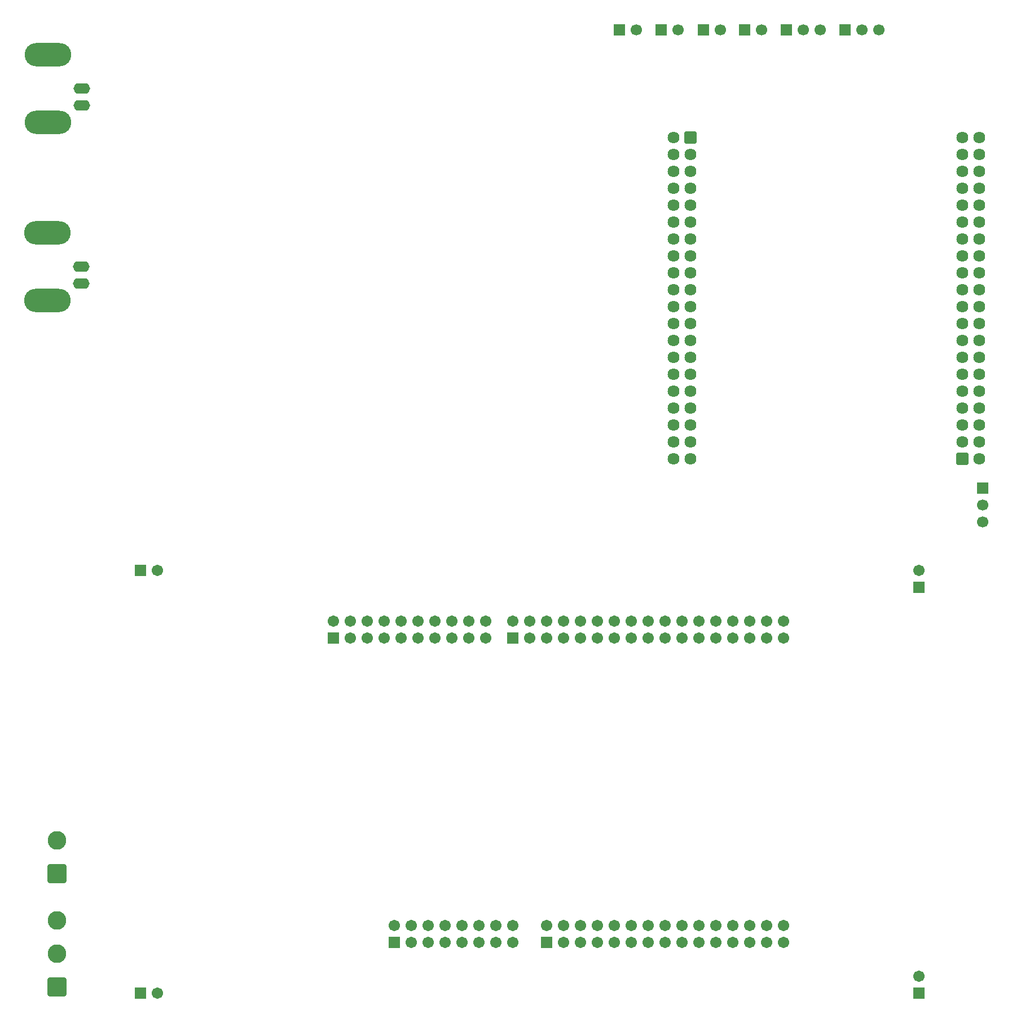
<source format=gbs>
%TF.GenerationSoftware,KiCad,Pcbnew,9.0.6-9.0.6~ubuntu24.04.1*%
%TF.CreationDate,2025-12-14T16:37:41+01:00*%
%TF.ProjectId,DigitalOsciloscope,44696769-7461-46c4-9f73-63696c6f7363,rev?*%
%TF.SameCoordinates,Original*%
%TF.FileFunction,Soldermask,Bot*%
%TF.FilePolarity,Negative*%
%FSLAX46Y46*%
G04 Gerber Fmt 4.6, Leading zero omitted, Abs format (unit mm)*
G04 Created by KiCad (PCBNEW 9.0.6-9.0.6~ubuntu24.04.1) date 2025-12-14 16:37:41*
%MOMM*%
%LPD*%
G01*
G04 APERTURE LIST*
G04 Aperture macros list*
%AMRoundRect*
0 Rectangle with rounded corners*
0 $1 Rounding radius*
0 $2 $3 $4 $5 $6 $7 $8 $9 X,Y pos of 4 corners*
0 Add a 4 corners polygon primitive as box body*
4,1,4,$2,$3,$4,$5,$6,$7,$8,$9,$2,$3,0*
0 Add four circle primitives for the rounded corners*
1,1,$1+$1,$2,$3*
1,1,$1+$1,$4,$5*
1,1,$1+$1,$6,$7*
1,1,$1+$1,$8,$9*
0 Add four rect primitives between the rounded corners*
20,1,$1+$1,$2,$3,$4,$5,0*
20,1,$1+$1,$4,$5,$6,$7,0*
20,1,$1+$1,$6,$7,$8,$9,0*
20,1,$1+$1,$8,$9,$2,$3,0*%
G04 Aperture macros list end*
%ADD10R,1.700000X1.700000*%
%ADD11C,1.700000*%
%ADD12RoundRect,0.102000X0.754000X-0.754000X0.754000X0.754000X-0.754000X0.754000X-0.754000X-0.754000X0*%
%ADD13C,1.712000*%
%ADD14O,2.500000X1.600000*%
%ADD15O,7.000000X3.500000*%
%ADD16RoundRect,0.250001X1.149999X-1.149999X1.149999X1.149999X-1.149999X1.149999X-1.149999X-1.149999X0*%
%ADD17C,2.800000*%
%ADD18RoundRect,0.102000X0.795000X0.795000X-0.795000X0.795000X-0.795000X-0.795000X0.795000X-0.795000X0*%
%ADD19C,1.794000*%
G04 APERTURE END LIST*
D10*
%TO.C,J10*%
X214855000Y-54505000D03*
D11*
X217395000Y-54505000D03*
%TD*%
D10*
%TO.C,J8*%
X227425000Y-54485000D03*
D11*
X229965000Y-54485000D03*
%TD*%
D10*
%TO.C,J7*%
X248710000Y-54455000D03*
D11*
X251250000Y-54455000D03*
X253790000Y-54455000D03*
%TD*%
D10*
%TO.C,J9*%
X221125000Y-54505000D03*
D11*
X223665000Y-54505000D03*
%TD*%
D12*
%TO.C,U11*%
X142960000Y-199140000D03*
D13*
X145500000Y-199140000D03*
D12*
X142960000Y-135640000D03*
D13*
X145500000Y-135640000D03*
D12*
X171916000Y-145800000D03*
D13*
X171916000Y-143260000D03*
X174456000Y-145800000D03*
X174456000Y-143260000D03*
X176996000Y-145800000D03*
X176996000Y-143260000D03*
X179536000Y-145800000D03*
X179536000Y-143260000D03*
X182076000Y-145800000D03*
X182076000Y-143260000D03*
X184616000Y-145800000D03*
X184616000Y-143260000D03*
X187156000Y-145800000D03*
X187156000Y-143260000D03*
X189696000Y-145800000D03*
X189696000Y-143260000D03*
X192236000Y-145800000D03*
X192236000Y-143260000D03*
X194776000Y-145800000D03*
X194776000Y-143260000D03*
D12*
X181060000Y-191520000D03*
D13*
X181060000Y-188980000D03*
X183600000Y-191520000D03*
X183600000Y-188980000D03*
X186140000Y-191520000D03*
X186140000Y-188980000D03*
X188680000Y-191520000D03*
X188680000Y-188980000D03*
X191220000Y-191520000D03*
X191220000Y-188980000D03*
X193760000Y-191520000D03*
X193760000Y-188980000D03*
X196300000Y-191520000D03*
X196300000Y-188980000D03*
X198840000Y-191520000D03*
X198840000Y-188980000D03*
D12*
X203920000Y-191520000D03*
D13*
X203920000Y-188980000D03*
X206460000Y-191520000D03*
X206460000Y-188980000D03*
X209000000Y-191520000D03*
X209000000Y-188980000D03*
X211540000Y-191520000D03*
X211540000Y-188980000D03*
X214080000Y-191520000D03*
X214080000Y-188980000D03*
X216620000Y-191520000D03*
X216620000Y-188980000D03*
X219160000Y-191520000D03*
X219160000Y-188980000D03*
X221700000Y-191520000D03*
X221700000Y-188980000D03*
X224240000Y-191520000D03*
X224240000Y-188980000D03*
X226780000Y-191520000D03*
X226780000Y-188980000D03*
X229320000Y-191520000D03*
X229320000Y-188980000D03*
X231860000Y-191520000D03*
X231860000Y-188980000D03*
X234400000Y-191520000D03*
X234400000Y-188980000D03*
X236940000Y-191520000D03*
X236940000Y-188980000D03*
X239480000Y-191520000D03*
X239480000Y-188980000D03*
D12*
X198840000Y-145800000D03*
D13*
X198840000Y-143260000D03*
X201380000Y-145800000D03*
X201380000Y-143260000D03*
X203920000Y-145800000D03*
X203920000Y-143260000D03*
X206460000Y-145800000D03*
X206460000Y-143260000D03*
X209000000Y-145800000D03*
X209000000Y-143260000D03*
X211540000Y-145800000D03*
X211540000Y-143260000D03*
X214080000Y-145800000D03*
X214080000Y-143260000D03*
X216620000Y-145800000D03*
X216620000Y-143260000D03*
X219160000Y-145800000D03*
X219160000Y-143260000D03*
X221700000Y-145800000D03*
X221700000Y-143260000D03*
X224240000Y-145800000D03*
X224240000Y-143260000D03*
X226780000Y-145800000D03*
X226780000Y-143260000D03*
X229320000Y-145800000D03*
X229320000Y-143260000D03*
X231860000Y-145800000D03*
X231860000Y-143260000D03*
X234400000Y-145800000D03*
X234400000Y-143260000D03*
X236940000Y-145800000D03*
X236940000Y-143260000D03*
X239480000Y-145800000D03*
X239480000Y-143260000D03*
D12*
X259820000Y-138180000D03*
D13*
X259820000Y-135640000D03*
D12*
X259800000Y-199140000D03*
D13*
X259800000Y-196600000D03*
%TD*%
D14*
%TO.C,J2*%
X134080000Y-90000000D03*
D15*
X129000000Y-95080000D03*
D14*
X134080000Y-92540000D03*
D15*
X129000000Y-84920000D03*
%TD*%
D16*
%TO.C,J12*%
X130467500Y-198250000D03*
D17*
X130467500Y-193250000D03*
X130467500Y-188250000D03*
%TD*%
D10*
%TO.C,J4*%
X239910000Y-54505000D03*
D11*
X242450000Y-54505000D03*
X244990000Y-54505000D03*
%TD*%
D16*
%TO.C,J11*%
X130467500Y-181250000D03*
D17*
X130467500Y-176250000D03*
%TD*%
D10*
%TO.C,J6*%
X233675000Y-54505000D03*
D11*
X236215000Y-54505000D03*
%TD*%
D14*
%TO.C,J1*%
X134150000Y-63310000D03*
D15*
X129070000Y-68390000D03*
D14*
X134150000Y-65850000D03*
D15*
X129070000Y-58230000D03*
%TD*%
D10*
%TO.C,J5*%
X269350000Y-123325000D03*
D11*
X269350000Y-125865000D03*
X269350000Y-128405000D03*
%TD*%
D18*
%TO.C,U10*%
X225550000Y-70670000D03*
D19*
X223010000Y-70670000D03*
X225550000Y-73210000D03*
X223010000Y-73210000D03*
X225550000Y-75750000D03*
X223010000Y-75750000D03*
X225550000Y-78290000D03*
X223010000Y-78290000D03*
X225550000Y-80830000D03*
X223010000Y-80830000D03*
X225550000Y-83370000D03*
X223010000Y-83370000D03*
X225550000Y-85910000D03*
X223010000Y-85910000D03*
X225550000Y-88450000D03*
X223010000Y-88450000D03*
X225550000Y-90990000D03*
X223010000Y-90990000D03*
X225550000Y-93530000D03*
X223010000Y-93530000D03*
X225550000Y-96070000D03*
X223010000Y-96070000D03*
X225550000Y-98610000D03*
X223010000Y-98610000D03*
X225550000Y-101150000D03*
X223010000Y-101150000D03*
X225550000Y-103690000D03*
X223010000Y-103690000D03*
X225550000Y-106230000D03*
X223010000Y-106230000D03*
X225550000Y-108770000D03*
X223010000Y-108770000D03*
X225550000Y-111310000D03*
X223010000Y-111310000D03*
X225550000Y-113850000D03*
X223010000Y-113850000D03*
X225550000Y-116390000D03*
X223010000Y-116390000D03*
X225550000Y-118930000D03*
X223010000Y-118930000D03*
D18*
X266320000Y-118930000D03*
D19*
X268860000Y-118930000D03*
X266320000Y-116390000D03*
X268860000Y-116390000D03*
X266320000Y-113850000D03*
X268860000Y-113850000D03*
X266320000Y-111310000D03*
X268860000Y-111310000D03*
X266320000Y-108770000D03*
X268860000Y-108770000D03*
X266320000Y-106230000D03*
X268860000Y-106230000D03*
X266320000Y-103690000D03*
X268860000Y-103690000D03*
X266320000Y-101150000D03*
X268860000Y-101150000D03*
X266320000Y-98610000D03*
X268860000Y-98610000D03*
X266320000Y-96070000D03*
X268860000Y-96070000D03*
X266320000Y-93530000D03*
X268860000Y-93530000D03*
X266320000Y-90990000D03*
X268860000Y-90990000D03*
X266320000Y-88450000D03*
X268860000Y-88450000D03*
X266320000Y-85910000D03*
X268860000Y-85910000D03*
X266320000Y-83370000D03*
X268860000Y-83370000D03*
X266320000Y-80830000D03*
X268860000Y-80830000D03*
X266320000Y-78290000D03*
X268860000Y-78290000D03*
X266320000Y-75750000D03*
X268860000Y-75750000D03*
X266320000Y-73210000D03*
X268860000Y-73210000D03*
X266320000Y-70670000D03*
X268860000Y-70670000D03*
%TD*%
M02*

</source>
